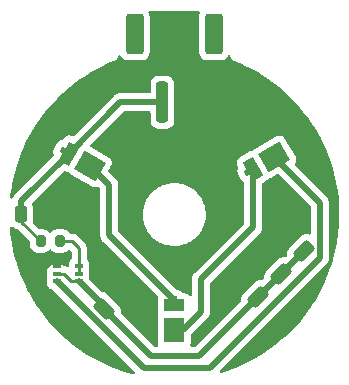
<source format=gtl>
%TF.GenerationSoftware,KiCad,Pcbnew,(6.0.4)*%
%TF.CreationDate,2023-01-05T02:06:05-05:00*%
%TF.ProjectId,LEDModule,4c45444d-6f64-4756-9c65-2e6b69636164,rev?*%
%TF.SameCoordinates,Original*%
%TF.FileFunction,Copper,L1,Top*%
%TF.FilePolarity,Positive*%
%FSLAX46Y46*%
G04 Gerber Fmt 4.6, Leading zero omitted, Abs format (unit mm)*
G04 Created by KiCad (PCBNEW (6.0.4)) date 2023-01-05 02:06:05*
%MOMM*%
%LPD*%
G01*
G04 APERTURE LIST*
G04 Aperture macros list*
%AMRoundRect*
0 Rectangle with rounded corners*
0 $1 Rounding radius*
0 $2 $3 $4 $5 $6 $7 $8 $9 X,Y pos of 4 corners*
0 Add a 4 corners polygon primitive as box body*
4,1,4,$2,$3,$4,$5,$6,$7,$8,$9,$2,$3,0*
0 Add four circle primitives for the rounded corners*
1,1,$1+$1,$2,$3*
1,1,$1+$1,$4,$5*
1,1,$1+$1,$6,$7*
1,1,$1+$1,$8,$9*
0 Add four rect primitives between the rounded corners*
20,1,$1+$1,$2,$3,$4,$5,0*
20,1,$1+$1,$4,$5,$6,$7,0*
20,1,$1+$1,$6,$7,$8,$9,0*
20,1,$1+$1,$8,$9,$2,$3,0*%
%AMRotRect*
0 Rectangle, with rotation*
0 The origin of the aperture is its center*
0 $1 length*
0 $2 width*
0 $3 Rotation angle, in degrees counterclockwise*
0 Add horizontal line*
21,1,$1,$2,0,0,$3*%
G04 Aperture macros list end*
%TA.AperFunction,SMDPad,CuDef*%
%ADD10RoundRect,0.200000X-0.200000X-0.275000X0.200000X-0.275000X0.200000X0.275000X-0.200000X0.275000X0*%
%TD*%
%TA.AperFunction,SMDPad,CuDef*%
%ADD11RotRect,2.100000X1.800000X210.000000*%
%TD*%
%TA.AperFunction,SMDPad,CuDef*%
%ADD12RotRect,0.600000X0.500000X210.000000*%
%TD*%
%TA.AperFunction,SMDPad,CuDef*%
%ADD13RotRect,1.000000X1.800000X210.000000*%
%TD*%
%TA.AperFunction,SMDPad,CuDef*%
%ADD14RoundRect,0.250000X-0.220971X0.662913X-0.662913X0.220971X0.220971X-0.662913X0.662913X-0.220971X0*%
%TD*%
%TA.AperFunction,SMDPad,CuDef*%
%ADD15RoundRect,0.250000X0.662913X0.220971X0.220971X0.662913X-0.662913X-0.220971X-0.220971X-0.662913X0*%
%TD*%
%TA.AperFunction,SMDPad,CuDef*%
%ADD16R,0.650000X0.400000*%
%TD*%
%TA.AperFunction,SMDPad,CuDef*%
%ADD17RoundRect,0.250000X-0.250000X-0.475000X0.250000X-0.475000X0.250000X0.475000X-0.250000X0.475000X0*%
%TD*%
%TA.AperFunction,SMDPad,CuDef*%
%ADD18R,1.800000X2.100000*%
%TD*%
%TA.AperFunction,SMDPad,CuDef*%
%ADD19R,0.500000X0.600000*%
%TD*%
%TA.AperFunction,SMDPad,CuDef*%
%ADD20R,1.800000X1.000000*%
%TD*%
%TA.AperFunction,SMDPad,CuDef*%
%ADD21RoundRect,0.250000X-0.250000X-1.500000X0.250000X-1.500000X0.250000X1.500000X-0.250000X1.500000X0*%
%TD*%
%TA.AperFunction,SMDPad,CuDef*%
%ADD22RoundRect,0.234375X-0.515625X-1.465625X0.515625X-1.465625X0.515625X1.465625X-0.515625X1.465625X0*%
%TD*%
%TA.AperFunction,SMDPad,CuDef*%
%ADD23RotRect,2.100000X1.800000X150.000000*%
%TD*%
%TA.AperFunction,SMDPad,CuDef*%
%ADD24RotRect,1.000000X1.800000X150.000000*%
%TD*%
%TA.AperFunction,SMDPad,CuDef*%
%ADD25RotRect,0.600000X0.500000X150.000000*%
%TD*%
%TA.AperFunction,ViaPad*%
%ADD26C,0.800000*%
%TD*%
%TA.AperFunction,Conductor*%
%ADD27C,0.500000*%
%TD*%
%TA.AperFunction,Conductor*%
%ADD28C,0.250000*%
%TD*%
G04 APERTURE END LIST*
D10*
%TO.P,R1,1*%
%TO.N,+12V*%
X78675000Y-92250000D03*
%TO.P,R1,2*%
%TO.N,Net-(Q1-Pad5)*%
X80325000Y-92250000D03*
%TD*%
D11*
%TO.P,D3,1,K*%
%TO.N,Net-(D3-Pad1)*%
X98449519Y-85125000D03*
D12*
%TO.P,D3,2,A*%
%TO.N,Net-(D2-Pad1)*%
X96241154Y-86400000D03*
D13*
X96674167Y-86150000D03*
%TD*%
D14*
%TO.P,R2,1*%
%TO.N,Net-(Q1-Pad2)*%
X84034144Y-97965856D03*
%TO.P,R2,2*%
%TO.N,GND*%
X81965856Y-100034144D03*
%TD*%
D15*
%TO.P,R3,1*%
%TO.N,Net-(Q1-Pad2)*%
X97094144Y-96974144D03*
%TO.P,R3,2*%
%TO.N,GND*%
X95025856Y-94905856D03*
%TD*%
D16*
%TO.P,Q1,1,E1*%
%TO.N,GND*%
X80050000Y-94350000D03*
%TO.P,Q1,2,B1*%
%TO.N,Net-(Q1-Pad2)*%
X80050000Y-95000000D03*
%TO.P,Q1,3,C2*%
%TO.N,Net-(D3-Pad1)*%
X80050000Y-95650000D03*
%TO.P,Q1,4,E2*%
%TO.N,Net-(Q1-Pad2)*%
X81950000Y-95650000D03*
%TO.P,Q1,5,B2*%
%TO.N,Net-(Q1-Pad5)*%
X81950000Y-95000000D03*
%TO.P,Q1,6,C1*%
X81950000Y-94350000D03*
%TD*%
D17*
%TO.P,C1,1*%
%TO.N,+12V*%
X77050000Y-90000000D03*
%TO.P,C1,2*%
%TO.N,GND*%
X78950000Y-90000000D03*
%TD*%
D15*
%TO.P,R5,1*%
%TO.N,Net-(Q1-Pad2)*%
X100974144Y-93094144D03*
%TO.P,R5,2*%
%TO.N,GND*%
X98905856Y-91025856D03*
%TD*%
D18*
%TO.P,D2,1,K*%
%TO.N,Net-(D2-Pad1)*%
X90000000Y-99750000D03*
D19*
%TO.P,D2,2,A*%
%TO.N,Net-(D1-Pad1)*%
X90000000Y-97200000D03*
D20*
X90000000Y-97700000D03*
%TD*%
D15*
%TO.P,R4,1*%
%TO.N,Net-(Q1-Pad2)*%
X99034144Y-95034144D03*
%TO.P,R4,2*%
%TO.N,GND*%
X96965856Y-92965856D03*
%TD*%
D21*
%TO.P,J1,1,Pin_1*%
%TO.N,+12V*%
X89000000Y-80500000D03*
%TO.P,J1,2,Pin_2*%
%TO.N,GND*%
X91000000Y-80500000D03*
D22*
%TO.P,J1,MP*%
%TO.N,N/C*%
X93350000Y-74750000D03*
X86650000Y-74750000D03*
%TD*%
D23*
%TO.P,D1,1,K*%
%TO.N,Net-(D1-Pad1)*%
X82849519Y-85875000D03*
D24*
%TO.P,D1,2,A*%
%TO.N,+12V*%
X81074167Y-84850000D03*
D25*
X80641154Y-84600000D03*
%TD*%
D26*
%TO.N,GND*%
X100000000Y-89000000D03*
X82000000Y-89000000D03*
X80000000Y-98000000D03*
X94000000Y-84000000D03*
X82000000Y-81000000D03*
X94000000Y-97000000D03*
X86000000Y-84000000D03*
X77000000Y-93000000D03*
X98000000Y-81000000D03*
X85000000Y-95000000D03*
%TD*%
D27*
%TO.N,Net-(D1-Pad1)*%
X90000000Y-97250000D02*
X90000000Y-97700000D01*
X84500000Y-91750000D02*
X90000000Y-97250000D01*
X84500000Y-87525481D02*
X84500000Y-91750000D01*
X82849519Y-85875000D02*
X84500000Y-87525481D01*
%TO.N,Net-(D2-Pad1)*%
X90000000Y-99750000D02*
X90749022Y-99750000D01*
X92250000Y-98249022D02*
X92250000Y-95500000D01*
X90749022Y-99750000D02*
X92250000Y-98249022D01*
X96674167Y-91075833D02*
X96674167Y-86150000D01*
X92250000Y-95500000D02*
X96674167Y-91075833D01*
%TO.N,Net-(D3-Pad1)*%
X93000000Y-103000000D02*
X87400000Y-103000000D01*
X102336576Y-89012057D02*
X102336576Y-93663424D01*
X98449519Y-85125000D02*
X102336576Y-89012057D01*
X102336576Y-93663424D02*
X93000000Y-103000000D01*
X87400000Y-103000000D02*
X80050000Y-95650000D01*
%TO.N,Net-(Q1-Pad2)*%
X99034144Y-95034144D02*
X97094144Y-96974144D01*
X84034144Y-97965856D02*
X84034144Y-97734144D01*
D28*
X80050000Y-95000000D02*
X80625000Y-95000000D01*
D27*
X88017318Y-101949030D02*
X84034144Y-97965856D01*
X100974144Y-93094144D02*
X99034144Y-95034144D01*
X84034144Y-97734144D02*
X81950000Y-95650000D01*
D28*
X81275000Y-95650000D02*
X81950000Y-95650000D01*
D27*
X97094144Y-96974144D02*
X92119258Y-101949030D01*
X92119258Y-101949030D02*
X88017318Y-101949030D01*
D28*
X80625000Y-95000000D02*
X81275000Y-95650000D01*
D27*
%TO.N,+12V*%
X81074167Y-84850000D02*
X77050000Y-88874167D01*
X85424167Y-80500000D02*
X81074167Y-84850000D01*
X77050000Y-88874167D02*
X77050000Y-90000000D01*
D28*
X77050000Y-90000000D02*
X77050000Y-90625000D01*
D27*
X89000000Y-80500000D02*
X85424167Y-80500000D01*
D28*
X77050000Y-90625000D02*
X78675000Y-92250000D01*
%TO.N,Net-(Q1-Pad5)*%
X81950000Y-92880000D02*
X81320000Y-92250000D01*
X81950000Y-94350000D02*
X81950000Y-92880000D01*
X81320000Y-92250000D02*
X80325000Y-92250000D01*
X81950000Y-95000000D02*
X81950000Y-94350000D01*
%TD*%
%TA.AperFunction,Conductor*%
%TO.N,GND*%
G36*
X76272601Y-91022681D02*
G01*
X76288315Y-91035990D01*
X76326697Y-91074305D01*
X76477262Y-91167115D01*
X76503079Y-91175678D01*
X76638611Y-91220632D01*
X76638613Y-91220632D01*
X76645139Y-91222797D01*
X76651975Y-91223497D01*
X76651978Y-91223498D01*
X76719510Y-91230417D01*
X76785237Y-91257258D01*
X76795753Y-91266657D01*
X77729597Y-92200502D01*
X77763621Y-92262812D01*
X77766500Y-92289595D01*
X77766501Y-92437840D01*
X77766501Y-92581634D01*
X77766764Y-92584492D01*
X77766764Y-92584501D01*
X77768732Y-92605916D01*
X77773247Y-92655062D01*
X77775246Y-92661440D01*
X77775246Y-92661441D01*
X77814919Y-92788036D01*
X77824528Y-92818699D01*
X77913361Y-92965381D01*
X78034619Y-93086639D01*
X78181301Y-93175472D01*
X78188548Y-93177743D01*
X78188550Y-93177744D01*
X78242319Y-93194594D01*
X78344938Y-93226753D01*
X78418365Y-93233500D01*
X78421263Y-93233500D01*
X78675665Y-93233499D01*
X78931634Y-93233499D01*
X78934492Y-93233236D01*
X78934501Y-93233236D01*
X78970004Y-93229974D01*
X79005062Y-93226753D01*
X79025915Y-93220218D01*
X79161450Y-93177744D01*
X79161452Y-93177743D01*
X79168699Y-93175472D01*
X79315381Y-93086639D01*
X79410905Y-92991115D01*
X79473217Y-92957089D01*
X79544032Y-92962154D01*
X79589095Y-92991115D01*
X79684619Y-93086639D01*
X79831301Y-93175472D01*
X79838548Y-93177743D01*
X79838550Y-93177744D01*
X79892319Y-93194594D01*
X79994938Y-93226753D01*
X80068365Y-93233500D01*
X80071263Y-93233500D01*
X80325665Y-93233499D01*
X80581634Y-93233499D01*
X80584492Y-93233236D01*
X80584501Y-93233236D01*
X80620004Y-93229974D01*
X80655062Y-93226753D01*
X80675915Y-93220218D01*
X80811450Y-93177744D01*
X80811452Y-93177743D01*
X80818699Y-93175472D01*
X80965381Y-93086639D01*
X81023963Y-93028057D01*
X81086275Y-92994031D01*
X81157090Y-92999096D01*
X81202153Y-93028057D01*
X81279595Y-93105499D01*
X81313621Y-93167811D01*
X81316500Y-93194594D01*
X81316500Y-93682671D01*
X81296498Y-93750792D01*
X81274593Y-93774332D01*
X81275269Y-93775008D01*
X81268919Y-93781358D01*
X81261739Y-93786739D01*
X81174385Y-93903295D01*
X81123255Y-94039684D01*
X81116500Y-94101866D01*
X81116500Y-94330602D01*
X81096498Y-94398723D01*
X81042842Y-94445216D01*
X80972568Y-94455320D01*
X80940461Y-94446240D01*
X80918505Y-94436739D01*
X80909459Y-94432825D01*
X80898813Y-94427609D01*
X80860060Y-94406305D01*
X80840437Y-94401267D01*
X80821734Y-94394863D01*
X80810420Y-94389967D01*
X80810419Y-94389967D01*
X80803145Y-94386819D01*
X80795322Y-94385580D01*
X80795312Y-94385577D01*
X80759476Y-94379901D01*
X80747856Y-94377495D01*
X80712711Y-94368472D01*
X80712710Y-94368472D01*
X80705030Y-94366500D01*
X80684776Y-94366500D01*
X80665055Y-94364947D01*
X80661925Y-94364451D01*
X80624973Y-94351835D01*
X80621705Y-94349385D01*
X80485316Y-94298255D01*
X80423134Y-94291500D01*
X79676866Y-94291500D01*
X79614684Y-94298255D01*
X79478295Y-94349385D01*
X79361739Y-94436739D01*
X79274385Y-94553295D01*
X79223255Y-94689684D01*
X79216500Y-94751866D01*
X79216500Y-95248134D01*
X79216869Y-95251531D01*
X79223255Y-95310316D01*
X79220826Y-95310580D01*
X79220826Y-95339420D01*
X79223255Y-95339684D01*
X79216500Y-95401866D01*
X79216500Y-95898134D01*
X79223255Y-95960316D01*
X79274385Y-96096705D01*
X79361739Y-96213261D01*
X79478295Y-96300615D01*
X79614684Y-96351745D01*
X79642798Y-96354799D01*
X79708360Y-96382040D01*
X79718286Y-96390967D01*
X86651412Y-103324093D01*
X86685438Y-103386405D01*
X86680373Y-103457220D01*
X86637826Y-103514056D01*
X86571306Y-103538867D01*
X86529453Y-103534827D01*
X86477602Y-103520818D01*
X86003076Y-103392612D01*
X85996737Y-103390719D01*
X85302167Y-103163124D01*
X85295910Y-103160889D01*
X84614358Y-102896988D01*
X84608250Y-102894437D01*
X83941520Y-102594931D01*
X83935536Y-102592050D01*
X83285588Y-102257818D01*
X83279757Y-102254623D01*
X82648312Y-101886553D01*
X82642658Y-101883054D01*
X82031523Y-101482196D01*
X82026062Y-101478404D01*
X81772668Y-101292366D01*
X81436910Y-101045857D01*
X81431688Y-101041806D01*
X80866168Y-100578779D01*
X80861136Y-100574432D01*
X80320853Y-100082240D01*
X80316058Y-100077635D01*
X79802466Y-99557602D01*
X79797937Y-99552768D01*
X79312503Y-99006379D01*
X79308230Y-99001306D01*
X78852292Y-98430068D01*
X78848283Y-98424764D01*
X78423118Y-97830278D01*
X78419394Y-97824769D01*
X78237011Y-97539012D01*
X78026175Y-97208673D01*
X78022767Y-97203010D01*
X77662591Y-96567023D01*
X77659471Y-96561159D01*
X77653554Y-96549292D01*
X77333346Y-95907058D01*
X77330542Y-95901041D01*
X77039383Y-95230664D01*
X77036901Y-95224511D01*
X76781508Y-94539705D01*
X76779350Y-94533417D01*
X76682928Y-94226275D01*
X76560441Y-93836104D01*
X76558619Y-93829719D01*
X76541552Y-93763269D01*
X76376791Y-93121802D01*
X76375308Y-93115320D01*
X76231086Y-92398842D01*
X76229946Y-92392292D01*
X76123713Y-91669163D01*
X76122921Y-91662561D01*
X76073843Y-91136875D01*
X76087426Y-91067190D01*
X76136527Y-91015911D01*
X76205558Y-90999319D01*
X76272601Y-91022681D01*
G37*
%TD.AperFunction*%
%TA.AperFunction,Conductor*%
G36*
X92128270Y-72778502D02*
G01*
X92174763Y-72832158D01*
X92184867Y-72902432D01*
X92167410Y-72950614D01*
X92161084Y-72960877D01*
X92156518Y-72968285D01*
X92101983Y-73132704D01*
X92091500Y-73235018D01*
X92091500Y-76264982D01*
X92091837Y-76268228D01*
X92091837Y-76268232D01*
X92101407Y-76360457D01*
X92102249Y-76368574D01*
X92157071Y-76532897D01*
X92248226Y-76680201D01*
X92370822Y-76802584D01*
X92377052Y-76806424D01*
X92377053Y-76806425D01*
X92450000Y-76851390D01*
X92518285Y-76893482D01*
X92537222Y-76899763D01*
X92676176Y-76945852D01*
X92676178Y-76945852D01*
X92682704Y-76948017D01*
X92689540Y-76948717D01*
X92689543Y-76948718D01*
X92731682Y-76953035D01*
X92785018Y-76958500D01*
X93914982Y-76958500D01*
X93918228Y-76958163D01*
X93918232Y-76958163D01*
X94011716Y-76948463D01*
X94011720Y-76948462D01*
X94018574Y-76947751D01*
X94025110Y-76945570D01*
X94025112Y-76945570D01*
X94175949Y-76895247D01*
X94182897Y-76892929D01*
X94330201Y-76801774D01*
X94452584Y-76679178D01*
X94459153Y-76668522D01*
X94520967Y-76568241D01*
X94573740Y-76520748D01*
X94643811Y-76509324D01*
X94708935Y-76537598D01*
X94748434Y-76596592D01*
X94752954Y-76616494D01*
X94756920Y-76644187D01*
X94760635Y-76652358D01*
X94761714Y-76656047D01*
X94762985Y-76659707D01*
X94764698Y-76668522D01*
X94768815Y-76676498D01*
X94768815Y-76676499D01*
X94790864Y-76719218D01*
X94793599Y-76724857D01*
X94813491Y-76768608D01*
X94813493Y-76768611D01*
X94817208Y-76776782D01*
X94823068Y-76783583D01*
X94825160Y-76786854D01*
X94827388Y-76789983D01*
X94831503Y-76797956D01*
X94837693Y-76804457D01*
X94837695Y-76804459D01*
X94870851Y-76839278D01*
X94875057Y-76843920D01*
X94878972Y-76848463D01*
X94912287Y-76887127D01*
X94919813Y-76892006D01*
X94922725Y-76894546D01*
X94925762Y-76896940D01*
X94931950Y-76903438D01*
X94939711Y-76907937D01*
X94939716Y-76907941D01*
X94981331Y-76932065D01*
X94986668Y-76935339D01*
X95034515Y-76966352D01*
X95043120Y-76968926D01*
X95046642Y-76970553D01*
X95050196Y-76971985D01*
X95057965Y-76976489D01*
X95081769Y-76982336D01*
X95100448Y-76988507D01*
X95742732Y-77258003D01*
X95748774Y-77260728D01*
X96017049Y-77390337D01*
X96406866Y-77578667D01*
X96412774Y-77581716D01*
X97053180Y-77933927D01*
X97058920Y-77937284D01*
X97679861Y-78322792D01*
X97685415Y-78326447D01*
X97947750Y-78509166D01*
X98285148Y-78744167D01*
X98290474Y-78748089D01*
X98545390Y-78946402D01*
X98867371Y-79196889D01*
X98872509Y-79201109D01*
X99424888Y-79679683D01*
X99429794Y-79684165D01*
X99726917Y-79970383D01*
X99956170Y-80191222D01*
X99960835Y-80195959D01*
X100459729Y-80730074D01*
X100464137Y-80735051D01*
X100934167Y-81294746D01*
X100938297Y-81299935D01*
X101378150Y-81883648D01*
X101382003Y-81889052D01*
X101776430Y-82474348D01*
X101790461Y-82495169D01*
X101794026Y-82500774D01*
X102169923Y-83127559D01*
X102173173Y-83133315D01*
X102382186Y-83527605D01*
X102515514Y-83779119D01*
X102518471Y-83785074D01*
X102826234Y-84447958D01*
X102828873Y-84454058D01*
X102890288Y-84606981D01*
X103101248Y-85132274D01*
X103103563Y-85138507D01*
X103339790Y-85830172D01*
X103341771Y-85836516D01*
X103524552Y-86481033D01*
X103541180Y-86539667D01*
X103542820Y-86546095D01*
X103694802Y-87214542D01*
X103704858Y-87258772D01*
X103706158Y-87265278D01*
X103777118Y-87676717D01*
X103830379Y-87985536D01*
X103831336Y-87992116D01*
X103917389Y-88717914D01*
X103917997Y-88724535D01*
X103931714Y-88934502D01*
X103960716Y-89378428D01*
X103965643Y-89453850D01*
X103965900Y-89460475D01*
X103970824Y-89855530D01*
X103975008Y-90191294D01*
X103974916Y-90197942D01*
X103945459Y-90928246D01*
X103945015Y-90934880D01*
X103877079Y-91662561D01*
X103876287Y-91669163D01*
X103770054Y-92392292D01*
X103768914Y-92398842D01*
X103624692Y-93115320D01*
X103623209Y-93121802D01*
X103458449Y-93763269D01*
X103441381Y-93829719D01*
X103439559Y-93836104D01*
X103317072Y-94226275D01*
X103220650Y-94533417D01*
X103218492Y-94539705D01*
X102963099Y-95224511D01*
X102960617Y-95230664D01*
X102669458Y-95901041D01*
X102666654Y-95907058D01*
X102346446Y-96549292D01*
X102340529Y-96561159D01*
X102337409Y-96567023D01*
X101977233Y-97203010D01*
X101973825Y-97208673D01*
X101762989Y-97539012D01*
X101580606Y-97824769D01*
X101576882Y-97830278D01*
X101151717Y-98424764D01*
X101147708Y-98430068D01*
X100691770Y-99001306D01*
X100687497Y-99006379D01*
X100202063Y-99552768D01*
X100197534Y-99557602D01*
X99683942Y-100077635D01*
X99679147Y-100082240D01*
X99138864Y-100574432D01*
X99133832Y-100578779D01*
X98568312Y-101041806D01*
X98563090Y-101045857D01*
X98227332Y-101292366D01*
X97973938Y-101478404D01*
X97968477Y-101482196D01*
X97357342Y-101883054D01*
X97351688Y-101886553D01*
X96720243Y-102254623D01*
X96714412Y-102257818D01*
X96064464Y-102592050D01*
X96058480Y-102594931D01*
X95391750Y-102894437D01*
X95385642Y-102896988D01*
X94704090Y-103160889D01*
X94697833Y-103163124D01*
X94026853Y-103382989D01*
X93955890Y-103385193D01*
X93895001Y-103348682D01*
X93863517Y-103285048D01*
X93871435Y-103214494D01*
X93898523Y-103174158D01*
X102825487Y-94247194D01*
X102839899Y-94234808D01*
X102851494Y-94226275D01*
X102851499Y-94226270D01*
X102857394Y-94221932D01*
X102862133Y-94216354D01*
X102862136Y-94216351D01*
X102891611Y-94181656D01*
X102898541Y-94174140D01*
X102904236Y-94168445D01*
X102921857Y-94146173D01*
X102924648Y-94142769D01*
X102967167Y-94092721D01*
X102967168Y-94092719D01*
X102971909Y-94087139D01*
X102975237Y-94080623D01*
X102978604Y-94075574D01*
X102981771Y-94070445D01*
X102986310Y-94064708D01*
X103017231Y-93998549D01*
X103019137Y-93994649D01*
X103052345Y-93929616D01*
X103054084Y-93922508D01*
X103056183Y-93916865D01*
X103058100Y-93911102D01*
X103061198Y-93904474D01*
X103076063Y-93833007D01*
X103077033Y-93828723D01*
X103094384Y-93757814D01*
X103095076Y-93746660D01*
X103095112Y-93746662D01*
X103095351Y-93742669D01*
X103095725Y-93738477D01*
X103097216Y-93731309D01*
X103095122Y-93653903D01*
X103095076Y-93650496D01*
X103095076Y-89079127D01*
X103096509Y-89060177D01*
X103098675Y-89045942D01*
X103098675Y-89045938D01*
X103099775Y-89038708D01*
X103098966Y-89028752D01*
X103095491Y-88986039D01*
X103095076Y-88975824D01*
X103095076Y-88967764D01*
X103094257Y-88960734D01*
X103091787Y-88939554D01*
X103091354Y-88935178D01*
X103086029Y-88869717D01*
X103085436Y-88862421D01*
X103083181Y-88855460D01*
X103081994Y-88849520D01*
X103080605Y-88843645D01*
X103079758Y-88836376D01*
X103054840Y-88767727D01*
X103053423Y-88763599D01*
X103033183Y-88701121D01*
X103033182Y-88701119D01*
X103030927Y-88694158D01*
X103027131Y-88687903D01*
X103024625Y-88682429D01*
X103021906Y-88676999D01*
X103019409Y-88670120D01*
X103000257Y-88640908D01*
X102979390Y-88609081D01*
X102977043Y-88605362D01*
X102939171Y-88542950D01*
X102931773Y-88534573D01*
X102931800Y-88534549D01*
X102929147Y-88531557D01*
X102926444Y-88528324D01*
X102922432Y-88522205D01*
X102866193Y-88468929D01*
X102863751Y-88466551D01*
X100236444Y-85839244D01*
X100202418Y-85776932D01*
X100207483Y-85706117D01*
X100228242Y-85670090D01*
X100242100Y-85653248D01*
X100247806Y-85646314D01*
X100257639Y-85623318D01*
X100301539Y-85520642D01*
X100305069Y-85512386D01*
X100306975Y-85496526D01*
X100321371Y-85376682D01*
X100322442Y-85367768D01*
X100320968Y-85358910D01*
X100299825Y-85231877D01*
X100299824Y-85231874D01*
X100298528Y-85224087D01*
X100273287Y-85166858D01*
X99325153Y-83524642D01*
X99288212Y-83474168D01*
X99282109Y-83469146D01*
X99282107Y-83469144D01*
X99188281Y-83391939D01*
X99175737Y-83381617D01*
X99167483Y-83378088D01*
X99167480Y-83378086D01*
X99057108Y-83330895D01*
X99041808Y-83324353D01*
X98897191Y-83306981D01*
X98888335Y-83308455D01*
X98888333Y-83308455D01*
X98761300Y-83329598D01*
X98761297Y-83329599D01*
X98753510Y-83330895D01*
X98696281Y-83356136D01*
X96794257Y-84454270D01*
X96743783Y-84491211D01*
X96738761Y-84497314D01*
X96738759Y-84497316D01*
X96679010Y-84569928D01*
X96620281Y-84609821D01*
X96602402Y-84614158D01*
X96509635Y-84629598D01*
X96509633Y-84629599D01*
X96501844Y-84630895D01*
X96444615Y-84656136D01*
X95495219Y-85204270D01*
X95444745Y-85241211D01*
X95439723Y-85247314D01*
X95439721Y-85247316D01*
X95357900Y-85346751D01*
X95357899Y-85346753D01*
X95352194Y-85353686D01*
X95294931Y-85487614D01*
X95293861Y-85496523D01*
X95293860Y-85496526D01*
X95291955Y-85512386D01*
X95277558Y-85632232D01*
X95279032Y-85641088D01*
X95279032Y-85641090D01*
X95298555Y-85758386D01*
X95301472Y-85775913D01*
X95326713Y-85833142D01*
X95328420Y-85836098D01*
X95404642Y-85968119D01*
X95421380Y-86037114D01*
X95411378Y-86080653D01*
X95360123Y-86200531D01*
X95359053Y-86209440D01*
X95359052Y-86209443D01*
X95351647Y-86271087D01*
X95342750Y-86345148D01*
X95344224Y-86354004D01*
X95344224Y-86354006D01*
X95354668Y-86416757D01*
X95366664Y-86488830D01*
X95391905Y-86546058D01*
X95690039Y-87062442D01*
X95692045Y-87065183D01*
X95692049Y-87065189D01*
X95722314Y-87106540D01*
X95726980Y-87112915D01*
X95772844Y-87150655D01*
X95832525Y-87199765D01*
X95832527Y-87199766D01*
X95839455Y-87205467D01*
X95847706Y-87208995D01*
X95855126Y-87213506D01*
X95902941Y-87265986D01*
X95915667Y-87321168D01*
X95915667Y-90709462D01*
X95895665Y-90777583D01*
X95878762Y-90798557D01*
X91761089Y-94916230D01*
X91746677Y-94928616D01*
X91735082Y-94937149D01*
X91735077Y-94937154D01*
X91729182Y-94941492D01*
X91724443Y-94947070D01*
X91724440Y-94947073D01*
X91694965Y-94981768D01*
X91688035Y-94989284D01*
X91682340Y-94994979D01*
X91680060Y-94997861D01*
X91664719Y-95017251D01*
X91661928Y-95020655D01*
X91619409Y-95070703D01*
X91614667Y-95076285D01*
X91611339Y-95082801D01*
X91607972Y-95087850D01*
X91604805Y-95092979D01*
X91600266Y-95098716D01*
X91569345Y-95164875D01*
X91567442Y-95168769D01*
X91534231Y-95233808D01*
X91532492Y-95240916D01*
X91530393Y-95246559D01*
X91528476Y-95252322D01*
X91525378Y-95258950D01*
X91523888Y-95266112D01*
X91523888Y-95266113D01*
X91510514Y-95330412D01*
X91509544Y-95334696D01*
X91492192Y-95405610D01*
X91491500Y-95416764D01*
X91491464Y-95416762D01*
X91491225Y-95420755D01*
X91490851Y-95424947D01*
X91489360Y-95432115D01*
X91489558Y-95439432D01*
X91491454Y-95509521D01*
X91491500Y-95512928D01*
X91491500Y-96763059D01*
X91471498Y-96831180D01*
X91417842Y-96877673D01*
X91347568Y-96887777D01*
X91282988Y-96858283D01*
X91275266Y-96849995D01*
X91274992Y-96850269D01*
X91268642Y-96843919D01*
X91263261Y-96836739D01*
X91146705Y-96749385D01*
X91010316Y-96698255D01*
X90948134Y-96691500D01*
X90792275Y-96691500D01*
X90724154Y-96671498D01*
X90691449Y-96641065D01*
X90631563Y-96561159D01*
X90613261Y-96536739D01*
X90496705Y-96449385D01*
X90360316Y-96398255D01*
X90298134Y-96391500D01*
X90266371Y-96391500D01*
X90198250Y-96371498D01*
X90177276Y-96354595D01*
X85295405Y-91472724D01*
X85261379Y-91410412D01*
X85258500Y-91383629D01*
X85258500Y-90046485D01*
X87336854Y-90046485D01*
X87337156Y-90050320D01*
X87355108Y-90278417D01*
X87362370Y-90370695D01*
X87427206Y-90689378D01*
X87530398Y-90997784D01*
X87670405Y-91291316D01*
X87672467Y-91294553D01*
X87672470Y-91294558D01*
X87729215Y-91383629D01*
X87845141Y-91565597D01*
X87847584Y-91568560D01*
X87847585Y-91568562D01*
X88036668Y-91797937D01*
X88052001Y-91816538D01*
X88287902Y-92040399D01*
X88549326Y-92233843D01*
X88555622Y-92237405D01*
X88829019Y-92392086D01*
X88829023Y-92392088D01*
X88832376Y-92393985D01*
X88835937Y-92395460D01*
X88835939Y-92395461D01*
X88863126Y-92406722D01*
X89132832Y-92518438D01*
X89236288Y-92547129D01*
X89442500Y-92604317D01*
X89442508Y-92604319D01*
X89446216Y-92605347D01*
X89767856Y-92653416D01*
X89771154Y-92653560D01*
X89882918Y-92658440D01*
X89882922Y-92658440D01*
X89884294Y-92658500D01*
X90082598Y-92658500D01*
X90324605Y-92643698D01*
X90328388Y-92642997D01*
X90328395Y-92642996D01*
X90528459Y-92605916D01*
X90644372Y-92584433D01*
X90853682Y-92518438D01*
X90950860Y-92487798D01*
X90950863Y-92487797D01*
X90954532Y-92486640D01*
X90958029Y-92485046D01*
X90958035Y-92485044D01*
X91246954Y-92353376D01*
X91246958Y-92353374D01*
X91250462Y-92351777D01*
X91342288Y-92295506D01*
X91524473Y-92183863D01*
X91524476Y-92183861D01*
X91527751Y-92181854D01*
X91530755Y-92179464D01*
X91530760Y-92179461D01*
X91671012Y-92067899D01*
X91782264Y-91979405D01*
X91784958Y-91976664D01*
X91784962Y-91976660D01*
X92007513Y-91750190D01*
X92007517Y-91750185D01*
X92010208Y-91747447D01*
X92157742Y-91555178D01*
X92205835Y-91492502D01*
X92205837Y-91492498D01*
X92208185Y-91489439D01*
X92334354Y-91275246D01*
X92371289Y-91212543D01*
X92371291Y-91212540D01*
X92373242Y-91209227D01*
X92502920Y-90910988D01*
X92595285Y-90599169D01*
X92648961Y-90278417D01*
X92663146Y-89953515D01*
X92650388Y-89791410D01*
X92637932Y-89633140D01*
X92637932Y-89633137D01*
X92637630Y-89629305D01*
X92572794Y-89310622D01*
X92469602Y-89002216D01*
X92459453Y-88980937D01*
X92355788Y-88763599D01*
X92329595Y-88708684D01*
X92154859Y-88434403D01*
X92041709Y-88297141D01*
X91950442Y-88186425D01*
X91950438Y-88186420D01*
X91947999Y-88183462D01*
X91712098Y-87959601D01*
X91450674Y-87766157D01*
X91245781Y-87650234D01*
X91170981Y-87607914D01*
X91170977Y-87607912D01*
X91167624Y-87606015D01*
X90867168Y-87481562D01*
X90763712Y-87452871D01*
X90557500Y-87395683D01*
X90557492Y-87395681D01*
X90553784Y-87394653D01*
X90232144Y-87346584D01*
X90228846Y-87346440D01*
X90117082Y-87341560D01*
X90117078Y-87341560D01*
X90115706Y-87341500D01*
X89917402Y-87341500D01*
X89675395Y-87356302D01*
X89671612Y-87357003D01*
X89671605Y-87357004D01*
X89530573Y-87383143D01*
X89355628Y-87415567D01*
X89171058Y-87473762D01*
X89049140Y-87512202D01*
X89049137Y-87512203D01*
X89045468Y-87513360D01*
X89041971Y-87514954D01*
X89041965Y-87514956D01*
X88753046Y-87646624D01*
X88753042Y-87646626D01*
X88749538Y-87648223D01*
X88746259Y-87650233D01*
X88746256Y-87650234D01*
X88497362Y-87802757D01*
X88472249Y-87818146D01*
X88469245Y-87820536D01*
X88469240Y-87820539D01*
X88379588Y-87891852D01*
X88217736Y-88020595D01*
X88215042Y-88023336D01*
X88215038Y-88023340D01*
X87992487Y-88249810D01*
X87992483Y-88249815D01*
X87989792Y-88252553D01*
X87883237Y-88391418D01*
X87824644Y-88467778D01*
X87791815Y-88510561D01*
X87726769Y-88620988D01*
X87640314Y-88767760D01*
X87626758Y-88790773D01*
X87497080Y-89089012D01*
X87404715Y-89400831D01*
X87351039Y-89721583D01*
X87336854Y-90046485D01*
X85258500Y-90046485D01*
X85258500Y-87592551D01*
X85259933Y-87573601D01*
X85262099Y-87559366D01*
X85262099Y-87559362D01*
X85263199Y-87552132D01*
X85258915Y-87499463D01*
X85258500Y-87489248D01*
X85258500Y-87481188D01*
X85255209Y-87452961D01*
X85254778Y-87448602D01*
X85249454Y-87383143D01*
X85249453Y-87383140D01*
X85248860Y-87375845D01*
X85246604Y-87368881D01*
X85245417Y-87362942D01*
X85244030Y-87357071D01*
X85243182Y-87349800D01*
X85240686Y-87342924D01*
X85240684Y-87342915D01*
X85218275Y-87281183D01*
X85216865Y-87277079D01*
X85194352Y-87207582D01*
X85190556Y-87201327D01*
X85188057Y-87195868D01*
X85185329Y-87190420D01*
X85182833Y-87183544D01*
X85142805Y-87122491D01*
X85140481Y-87118808D01*
X85105500Y-87061161D01*
X85105499Y-87061160D01*
X85102595Y-87056374D01*
X85095198Y-87047998D01*
X85095225Y-87047974D01*
X85092570Y-87044980D01*
X85089868Y-87041749D01*
X85085856Y-87035629D01*
X85029617Y-86982353D01*
X85027175Y-86979975D01*
X84451414Y-86404214D01*
X84417388Y-86341902D01*
X84422453Y-86271087D01*
X84431388Y-86252124D01*
X84673287Y-85833142D01*
X84698528Y-85775913D01*
X84701446Y-85758386D01*
X84720968Y-85641090D01*
X84720968Y-85641088D01*
X84722442Y-85632232D01*
X84708045Y-85512386D01*
X84706140Y-85496526D01*
X84706139Y-85496523D01*
X84705069Y-85487614D01*
X84647806Y-85353686D01*
X84642101Y-85346753D01*
X84642100Y-85346751D01*
X84560279Y-85247316D01*
X84560277Y-85247314D01*
X84555255Y-85241211D01*
X84504781Y-85204270D01*
X82927518Y-84293637D01*
X82878526Y-84242256D01*
X82865090Y-84172542D01*
X82891476Y-84106631D01*
X82901424Y-84095424D01*
X85701443Y-81295405D01*
X85763755Y-81261379D01*
X85790538Y-81258500D01*
X87865500Y-81258500D01*
X87933621Y-81278502D01*
X87980114Y-81332158D01*
X87991500Y-81384500D01*
X87991500Y-82050400D01*
X88002474Y-82156166D01*
X88058450Y-82323946D01*
X88151522Y-82474348D01*
X88276697Y-82599305D01*
X88282927Y-82603145D01*
X88282928Y-82603146D01*
X88420090Y-82687694D01*
X88427262Y-82692115D01*
X88507005Y-82718564D01*
X88588611Y-82745632D01*
X88588613Y-82745632D01*
X88595139Y-82747797D01*
X88601975Y-82748497D01*
X88601978Y-82748498D01*
X88645031Y-82752909D01*
X88699600Y-82758500D01*
X89300400Y-82758500D01*
X89303646Y-82758163D01*
X89303650Y-82758163D01*
X89399308Y-82748238D01*
X89399312Y-82748237D01*
X89406166Y-82747526D01*
X89412702Y-82745345D01*
X89412704Y-82745345D01*
X89544806Y-82701272D01*
X89573946Y-82691550D01*
X89724348Y-82598478D01*
X89849305Y-82473303D01*
X89942115Y-82322738D01*
X89997797Y-82154861D01*
X90008500Y-82050400D01*
X90008500Y-78949600D01*
X89997526Y-78843834D01*
X89941550Y-78676054D01*
X89848478Y-78525652D01*
X89723303Y-78400695D01*
X89602851Y-78326447D01*
X89578968Y-78311725D01*
X89578966Y-78311724D01*
X89572738Y-78307885D01*
X89412254Y-78254655D01*
X89411389Y-78254368D01*
X89411387Y-78254368D01*
X89404861Y-78252203D01*
X89398025Y-78251503D01*
X89398022Y-78251502D01*
X89354969Y-78247091D01*
X89300400Y-78241500D01*
X88699600Y-78241500D01*
X88696354Y-78241837D01*
X88696350Y-78241837D01*
X88600692Y-78251762D01*
X88600688Y-78251763D01*
X88593834Y-78252474D01*
X88587298Y-78254655D01*
X88587296Y-78254655D01*
X88455194Y-78298728D01*
X88426054Y-78308450D01*
X88275652Y-78401522D01*
X88150695Y-78526697D01*
X88057885Y-78677262D01*
X88002203Y-78845139D01*
X87991500Y-78949600D01*
X87991500Y-79615500D01*
X87971498Y-79683621D01*
X87917842Y-79730114D01*
X87865500Y-79741500D01*
X85491237Y-79741500D01*
X85472287Y-79740067D01*
X85458052Y-79737901D01*
X85458048Y-79737901D01*
X85450818Y-79736801D01*
X85443526Y-79737394D01*
X85443523Y-79737394D01*
X85398149Y-79741085D01*
X85387934Y-79741500D01*
X85379874Y-79741500D01*
X85366584Y-79743049D01*
X85351660Y-79744789D01*
X85347285Y-79745222D01*
X85281828Y-79750546D01*
X85281825Y-79750547D01*
X85274530Y-79751140D01*
X85267566Y-79753396D01*
X85261607Y-79754587D01*
X85255752Y-79755971D01*
X85248486Y-79756818D01*
X85179840Y-79781735D01*
X85175712Y-79783152D01*
X85113231Y-79803393D01*
X85113229Y-79803394D01*
X85106268Y-79805649D01*
X85100013Y-79809445D01*
X85094539Y-79811951D01*
X85089109Y-79814670D01*
X85082230Y-79817167D01*
X85076110Y-79821180D01*
X85076109Y-79821180D01*
X85021191Y-79857186D01*
X85017487Y-79859523D01*
X84955060Y-79897405D01*
X84946683Y-79904803D01*
X84946659Y-79904776D01*
X84943667Y-79907429D01*
X84940434Y-79910132D01*
X84934315Y-79914144D01*
X84929283Y-79919456D01*
X84881039Y-79970383D01*
X84878661Y-79972825D01*
X81493573Y-83357913D01*
X81431261Y-83391939D01*
X81360446Y-83386874D01*
X81341484Y-83377940D01*
X81303719Y-83356136D01*
X81246490Y-83330895D01*
X81238703Y-83329599D01*
X81238700Y-83329598D01*
X81111667Y-83308455D01*
X81111665Y-83308455D01*
X81102809Y-83306981D01*
X80958192Y-83324353D01*
X80942892Y-83330895D01*
X80832520Y-83378086D01*
X80832517Y-83378088D01*
X80824263Y-83381617D01*
X80811719Y-83391939D01*
X80717893Y-83469144D01*
X80717891Y-83469146D01*
X80711788Y-83474168D01*
X80674847Y-83524642D01*
X80608578Y-83639424D01*
X80596918Y-83659619D01*
X80545536Y-83708612D01*
X80502828Y-83721720D01*
X80472680Y-83725341D01*
X80382296Y-83736199D01*
X80382293Y-83736200D01*
X80373384Y-83737270D01*
X80239455Y-83794533D01*
X80232527Y-83800234D01*
X80232525Y-83800235D01*
X80172844Y-83849345D01*
X80126980Y-83887085D01*
X80122315Y-83893459D01*
X80122314Y-83893460D01*
X80092049Y-83934811D01*
X80092045Y-83934817D01*
X80090039Y-83937558D01*
X79791905Y-84453942D01*
X79766664Y-84511170D01*
X79765367Y-84518965D01*
X79765366Y-84518967D01*
X79750636Y-84607472D01*
X79742750Y-84654852D01*
X79760123Y-84799469D01*
X79763652Y-84807722D01*
X79811378Y-84919346D01*
X79819767Y-84989845D01*
X79804642Y-85031881D01*
X79792495Y-85052920D01*
X79772471Y-85079015D01*
X76561089Y-88290397D01*
X76546677Y-88302783D01*
X76535082Y-88311316D01*
X76535077Y-88311321D01*
X76529182Y-88315659D01*
X76524443Y-88321237D01*
X76524440Y-88321240D01*
X76494965Y-88355935D01*
X76488035Y-88363451D01*
X76482340Y-88369146D01*
X76480060Y-88372028D01*
X76464719Y-88391418D01*
X76461928Y-88394822D01*
X76419409Y-88444870D01*
X76414667Y-88450452D01*
X76411339Y-88456968D01*
X76407972Y-88462017D01*
X76404805Y-88467146D01*
X76400266Y-88472883D01*
X76369345Y-88539042D01*
X76367438Y-88542943D01*
X76343748Y-88589336D01*
X76294955Y-88640908D01*
X76226025Y-88657914D01*
X76158843Y-88634953D01*
X76114740Y-88579317D01*
X76106408Y-88517199D01*
X76130304Y-88315659D01*
X76168664Y-87992116D01*
X76169621Y-87985536D01*
X76222882Y-87676717D01*
X76293842Y-87265278D01*
X76295142Y-87258772D01*
X76305199Y-87214542D01*
X76457180Y-86546095D01*
X76458820Y-86539667D01*
X76475449Y-86481033D01*
X76658229Y-85836516D01*
X76660210Y-85830172D01*
X76896437Y-85138507D01*
X76898752Y-85132274D01*
X77109712Y-84606981D01*
X77171127Y-84454058D01*
X77173766Y-84447958D01*
X77481529Y-83785074D01*
X77484486Y-83779119D01*
X77617814Y-83527605D01*
X77826827Y-83133315D01*
X77830077Y-83127559D01*
X78205974Y-82500774D01*
X78209539Y-82495169D01*
X78223570Y-82474348D01*
X78617997Y-81889052D01*
X78621850Y-81883648D01*
X79061703Y-81299935D01*
X79065833Y-81294746D01*
X79535863Y-80735051D01*
X79540271Y-80730074D01*
X80039165Y-80195959D01*
X80043830Y-80191222D01*
X80273083Y-79970383D01*
X80570206Y-79684165D01*
X80575112Y-79679683D01*
X81127491Y-79201109D01*
X81132629Y-79196889D01*
X81454610Y-78946402D01*
X81709526Y-78748089D01*
X81714852Y-78744167D01*
X82052250Y-78509166D01*
X82314585Y-78326447D01*
X82320139Y-78322792D01*
X82941080Y-77937284D01*
X82946820Y-77933927D01*
X83587226Y-77581716D01*
X83593134Y-77578667D01*
X83982951Y-77390337D01*
X84251226Y-77260728D01*
X84257268Y-77258002D01*
X84582434Y-77121566D01*
X84892526Y-76991455D01*
X84914215Y-76984583D01*
X84930336Y-76981038D01*
X84938210Y-76976727D01*
X84944732Y-76974282D01*
X84951140Y-76971415D01*
X84959771Y-76968949D01*
X84967363Y-76964159D01*
X84967365Y-76964158D01*
X85004711Y-76940594D01*
X85011418Y-76936646D01*
X85058099Y-76911089D01*
X85064451Y-76904737D01*
X85070024Y-76900560D01*
X85075362Y-76896017D01*
X85082958Y-76891224D01*
X85118138Y-76851390D01*
X85123483Y-76845703D01*
X85154745Y-76814440D01*
X85161093Y-76808092D01*
X85165406Y-76800214D01*
X85169599Y-76794619D01*
X85173437Y-76788776D01*
X85179378Y-76782049D01*
X85183191Y-76773927D01*
X85183194Y-76773923D01*
X85201975Y-76733922D01*
X85205507Y-76726967D01*
X85209749Y-76719218D01*
X85231040Y-76680328D01*
X85232967Y-76671563D01*
X85235417Y-76665028D01*
X85237466Y-76658326D01*
X85241281Y-76650200D01*
X85246850Y-76614434D01*
X85277094Y-76550202D01*
X85337264Y-76512517D01*
X85408256Y-76513345D01*
X85467530Y-76552423D01*
X85478494Y-76567516D01*
X85548226Y-76680201D01*
X85670822Y-76802584D01*
X85677052Y-76806424D01*
X85677053Y-76806425D01*
X85750000Y-76851390D01*
X85818285Y-76893482D01*
X85837222Y-76899763D01*
X85976176Y-76945852D01*
X85976178Y-76945852D01*
X85982704Y-76948017D01*
X85989540Y-76948717D01*
X85989543Y-76948718D01*
X86031682Y-76953035D01*
X86085018Y-76958500D01*
X87214982Y-76958500D01*
X87218228Y-76958163D01*
X87218232Y-76958163D01*
X87311716Y-76948463D01*
X87311720Y-76948462D01*
X87318574Y-76947751D01*
X87325110Y-76945570D01*
X87325112Y-76945570D01*
X87475949Y-76895247D01*
X87482897Y-76892929D01*
X87630201Y-76801774D01*
X87752584Y-76679178D01*
X87756425Y-76672947D01*
X87839642Y-76537945D01*
X87839643Y-76537943D01*
X87843482Y-76531715D01*
X87898017Y-76367296D01*
X87908500Y-76264982D01*
X87908500Y-73235018D01*
X87908163Y-73231768D01*
X87898463Y-73138284D01*
X87898462Y-73138280D01*
X87897751Y-73131426D01*
X87842929Y-72967103D01*
X87832841Y-72950802D01*
X87814004Y-72882352D01*
X87835165Y-72814582D01*
X87889605Y-72769011D01*
X87939986Y-72758500D01*
X92060149Y-72758500D01*
X92128270Y-72778502D01*
G37*
%TD.AperFunction*%
%TA.AperFunction,Conductor*%
G36*
X80787888Y-86313126D02*
G01*
X80806850Y-86322060D01*
X80844615Y-86343864D01*
X80901844Y-86369105D01*
X80909633Y-86370401D01*
X80909635Y-86370402D01*
X81002402Y-86385842D01*
X81066314Y-86416757D01*
X81079010Y-86430072D01*
X81133309Y-86496060D01*
X81143783Y-86508789D01*
X81194257Y-86545730D01*
X83096281Y-87643864D01*
X83153510Y-87669105D01*
X83161297Y-87670401D01*
X83161300Y-87670402D01*
X83288333Y-87691545D01*
X83288335Y-87691545D01*
X83297191Y-87693019D01*
X83441808Y-87675647D01*
X83450058Y-87672120D01*
X83450064Y-87672118D01*
X83458488Y-87668516D01*
X83528987Y-87660129D01*
X83597115Y-87695277D01*
X83704595Y-87802757D01*
X83738621Y-87865069D01*
X83741500Y-87891852D01*
X83741500Y-91682930D01*
X83740067Y-91701880D01*
X83738281Y-91713622D01*
X83736801Y-91723349D01*
X83737394Y-91730641D01*
X83737394Y-91730644D01*
X83741085Y-91776018D01*
X83741500Y-91786233D01*
X83741500Y-91794293D01*
X83741925Y-91797937D01*
X83744789Y-91822507D01*
X83745222Y-91826882D01*
X83748041Y-91861532D01*
X83751140Y-91899637D01*
X83753396Y-91906601D01*
X83754587Y-91912560D01*
X83755971Y-91918415D01*
X83756818Y-91925681D01*
X83781735Y-91994327D01*
X83783152Y-91998455D01*
X83785532Y-92005800D01*
X83805649Y-92067899D01*
X83809445Y-92074154D01*
X83811951Y-92079628D01*
X83814670Y-92085058D01*
X83817167Y-92091937D01*
X83821180Y-92098057D01*
X83821180Y-92098058D01*
X83857186Y-92152976D01*
X83859523Y-92156680D01*
X83897405Y-92219107D01*
X83901121Y-92223315D01*
X83901122Y-92223316D01*
X83904803Y-92227484D01*
X83904776Y-92227508D01*
X83907429Y-92230500D01*
X83910132Y-92233733D01*
X83914144Y-92239852D01*
X83970383Y-92293128D01*
X83972825Y-92295506D01*
X88586903Y-96909584D01*
X88620929Y-96971896D01*
X88615790Y-97042908D01*
X88601029Y-97082282D01*
X88601027Y-97082289D01*
X88598255Y-97089684D01*
X88591500Y-97151866D01*
X88591500Y-98248134D01*
X88598255Y-98310316D01*
X88601027Y-98317712D01*
X88601029Y-98317718D01*
X88634039Y-98405771D01*
X88639222Y-98476578D01*
X88634039Y-98494229D01*
X88601029Y-98582282D01*
X88601027Y-98582288D01*
X88598255Y-98589684D01*
X88591500Y-98651866D01*
X88591500Y-100848134D01*
X88598255Y-100910316D01*
X88601027Y-100917712D01*
X88601029Y-100917718D01*
X88639486Y-101020301D01*
X88644669Y-101091108D01*
X88610748Y-101153477D01*
X88548493Y-101187606D01*
X88521504Y-101190530D01*
X88383689Y-101190530D01*
X88315568Y-101170528D01*
X88294594Y-101153625D01*
X85492554Y-98351585D01*
X85458528Y-98289273D01*
X85455649Y-98262600D01*
X85455511Y-98105048D01*
X85455505Y-98097730D01*
X85414666Y-97925638D01*
X85335332Y-97767558D01*
X85330989Y-97762223D01*
X85271066Y-97688619D01*
X85271060Y-97688613D01*
X85269035Y-97686125D01*
X84313875Y-96730965D01*
X84311341Y-96728907D01*
X84236681Y-96668283D01*
X84236677Y-96668281D01*
X84231328Y-96663937D01*
X84073108Y-96584879D01*
X83997301Y-96567029D01*
X83956850Y-96557504D01*
X83896634Y-96523953D01*
X82815967Y-95443286D01*
X82781941Y-95380974D01*
X82779799Y-95367798D01*
X82776745Y-95339683D01*
X82779174Y-95339419D01*
X82779174Y-95310580D01*
X82776745Y-95310316D01*
X82783131Y-95251531D01*
X82783500Y-95248134D01*
X82783500Y-94751866D01*
X82776745Y-94689684D01*
X82779174Y-94689420D01*
X82779174Y-94660580D01*
X82776745Y-94660316D01*
X82783131Y-94601531D01*
X82783500Y-94598134D01*
X82783500Y-94101866D01*
X82776745Y-94039684D01*
X82725615Y-93903295D01*
X82638261Y-93786739D01*
X82631081Y-93781358D01*
X82624731Y-93775008D01*
X82626366Y-93773373D01*
X82591421Y-93726641D01*
X82583500Y-93682671D01*
X82583500Y-92958768D01*
X82584027Y-92947585D01*
X82585702Y-92940092D01*
X82583562Y-92872001D01*
X82583500Y-92868044D01*
X82583500Y-92840144D01*
X82582996Y-92836153D01*
X82582063Y-92824311D01*
X82581680Y-92812103D01*
X82580674Y-92780111D01*
X82575021Y-92760652D01*
X82571012Y-92741293D01*
X82570846Y-92739983D01*
X82568474Y-92721203D01*
X82565558Y-92713837D01*
X82565556Y-92713831D01*
X82552200Y-92680098D01*
X82548355Y-92668868D01*
X82538230Y-92634017D01*
X82538230Y-92634016D01*
X82536019Y-92626407D01*
X82525705Y-92608966D01*
X82517008Y-92591213D01*
X82512472Y-92579758D01*
X82509552Y-92572383D01*
X82483563Y-92536612D01*
X82477047Y-92526692D01*
X82458578Y-92495463D01*
X82454542Y-92488638D01*
X82440221Y-92474317D01*
X82427380Y-92459283D01*
X82420132Y-92449307D01*
X82415472Y-92442893D01*
X82381407Y-92414712D01*
X82372626Y-92406722D01*
X81823647Y-91857742D01*
X81816113Y-91849463D01*
X81812000Y-91842982D01*
X81762348Y-91796356D01*
X81759507Y-91793602D01*
X81739770Y-91773865D01*
X81736573Y-91771385D01*
X81727551Y-91763680D01*
X81710265Y-91747447D01*
X81695321Y-91733414D01*
X81688375Y-91729595D01*
X81688372Y-91729593D01*
X81677566Y-91723652D01*
X81661047Y-91712801D01*
X81659927Y-91711932D01*
X81645041Y-91700386D01*
X81637772Y-91697241D01*
X81637768Y-91697238D01*
X81604463Y-91682826D01*
X81593813Y-91677609D01*
X81555060Y-91656305D01*
X81535437Y-91651267D01*
X81516734Y-91644863D01*
X81505420Y-91639967D01*
X81505419Y-91639967D01*
X81498145Y-91636819D01*
X81490322Y-91635580D01*
X81490312Y-91635577D01*
X81454476Y-91629901D01*
X81442856Y-91627495D01*
X81407711Y-91618472D01*
X81407710Y-91618472D01*
X81400030Y-91616500D01*
X81379776Y-91616500D01*
X81360065Y-91614949D01*
X81347886Y-91613020D01*
X81340057Y-91611780D01*
X81332165Y-91612526D01*
X81296039Y-91615941D01*
X81284181Y-91616500D01*
X81207225Y-91616500D01*
X81139104Y-91596498D01*
X81099449Y-91555771D01*
X81090576Y-91541120D01*
X81086639Y-91534619D01*
X80965381Y-91413361D01*
X80818699Y-91324528D01*
X80811452Y-91322257D01*
X80811450Y-91322256D01*
X80723065Y-91294558D01*
X80655062Y-91273247D01*
X80581635Y-91266500D01*
X80578737Y-91266500D01*
X80324335Y-91266501D01*
X80068366Y-91266501D01*
X80065508Y-91266764D01*
X80065499Y-91266764D01*
X80029996Y-91270026D01*
X79994938Y-91273247D01*
X79988560Y-91275246D01*
X79988559Y-91275246D01*
X79838550Y-91322256D01*
X79838548Y-91322257D01*
X79831301Y-91324528D01*
X79684619Y-91413361D01*
X79589095Y-91508885D01*
X79526783Y-91542911D01*
X79455968Y-91537846D01*
X79410905Y-91508885D01*
X79315381Y-91413361D01*
X79168699Y-91324528D01*
X79161452Y-91322257D01*
X79161450Y-91322256D01*
X79073065Y-91294558D01*
X79005062Y-91273247D01*
X78931635Y-91266500D01*
X78913526Y-91266500D01*
X78639594Y-91266501D01*
X78571475Y-91246499D01*
X78550500Y-91229596D01*
X78078513Y-90757609D01*
X78044487Y-90695297D01*
X78044407Y-90642103D01*
X78045632Y-90636387D01*
X78047797Y-90629861D01*
X78058500Y-90525400D01*
X78058500Y-89474600D01*
X78058163Y-89471350D01*
X78048238Y-89375692D01*
X78048237Y-89375688D01*
X78047526Y-89368834D01*
X78041792Y-89351645D01*
X77993868Y-89208002D01*
X77991550Y-89201054D01*
X77969223Y-89164974D01*
X77950385Y-89096522D01*
X77971546Y-89028752D01*
X77987272Y-89009576D01*
X80654761Y-86342087D01*
X80717073Y-86308061D01*
X80787888Y-86313126D01*
G37*
%TD.AperFunction*%
%TA.AperFunction,Conductor*%
G36*
X98852917Y-86603545D02*
G01*
X98868925Y-86617087D01*
X101541171Y-89289333D01*
X101575197Y-89351645D01*
X101578076Y-89378428D01*
X101578076Y-91583021D01*
X101558074Y-91651142D01*
X101504418Y-91697635D01*
X101434144Y-91707739D01*
X101423202Y-91705668D01*
X101367109Y-91692460D01*
X101290012Y-91674306D01*
X101290008Y-91674306D01*
X101282888Y-91672629D01*
X101275572Y-91672635D01*
X101275569Y-91672635D01*
X101194262Y-91672706D01*
X101106018Y-91672783D01*
X101023101Y-91692460D01*
X100941047Y-91711932D01*
X100941046Y-91711932D01*
X100933926Y-91713622D01*
X100927387Y-91716904D01*
X100927386Y-91716904D01*
X100812342Y-91774640D01*
X100775846Y-91792956D01*
X100770513Y-91797298D01*
X100770511Y-91797299D01*
X100696907Y-91857222D01*
X100696901Y-91857228D01*
X100694413Y-91859253D01*
X99739253Y-92814413D01*
X99737199Y-92816943D01*
X99737195Y-92816947D01*
X99676571Y-92891607D01*
X99676569Y-92891611D01*
X99672225Y-92896960D01*
X99593167Y-93055180D01*
X99585760Y-93086639D01*
X99564308Y-93177744D01*
X99552629Y-93227342D01*
X99552635Y-93234658D01*
X99552635Y-93234661D01*
X99552771Y-93390536D01*
X99532828Y-93458674D01*
X99515866Y-93479741D01*
X99419873Y-93575734D01*
X99357561Y-93609760D01*
X99330888Y-93612639D01*
X99244754Y-93612714D01*
X99166018Y-93612783D01*
X99079972Y-93633202D01*
X99001047Y-93651932D01*
X99001046Y-93651932D01*
X98993926Y-93653622D01*
X98987387Y-93656904D01*
X98987386Y-93656904D01*
X98848429Y-93726641D01*
X98835846Y-93732956D01*
X98830513Y-93737298D01*
X98830511Y-93737299D01*
X98756907Y-93797222D01*
X98756901Y-93797228D01*
X98754413Y-93799253D01*
X97799253Y-94754413D01*
X97797199Y-94756943D01*
X97797195Y-94756947D01*
X97736571Y-94831607D01*
X97736569Y-94831611D01*
X97732225Y-94836960D01*
X97653167Y-94995180D01*
X97647169Y-95020655D01*
X97631262Y-95088211D01*
X97612629Y-95167342D01*
X97612635Y-95174658D01*
X97612635Y-95174661D01*
X97612771Y-95330536D01*
X97592828Y-95398674D01*
X97575866Y-95419741D01*
X97479873Y-95515734D01*
X97417561Y-95549760D01*
X97390888Y-95552639D01*
X97304754Y-95552714D01*
X97226018Y-95552783D01*
X97139972Y-95573202D01*
X97061047Y-95591932D01*
X97061046Y-95591932D01*
X97053926Y-95593622D01*
X96895846Y-95672956D01*
X96890513Y-95677298D01*
X96890511Y-95677299D01*
X96816907Y-95737222D01*
X96816901Y-95737228D01*
X96814413Y-95739253D01*
X95859253Y-96694413D01*
X95857199Y-96696943D01*
X95857195Y-96696947D01*
X95796571Y-96771607D01*
X95796569Y-96771611D01*
X95792225Y-96776960D01*
X95713167Y-96935180D01*
X95711491Y-96942299D01*
X95676787Y-97089684D01*
X95672629Y-97107342D01*
X95672635Y-97114658D01*
X95672635Y-97114661D01*
X95672771Y-97270536D01*
X95652828Y-97338674D01*
X95635866Y-97359741D01*
X91841982Y-101153625D01*
X91779670Y-101187651D01*
X91752887Y-101190530D01*
X91478496Y-101190530D01*
X91410375Y-101170528D01*
X91363882Y-101116872D01*
X91353778Y-101046598D01*
X91360514Y-101020301D01*
X91398971Y-100917718D01*
X91398973Y-100917712D01*
X91401745Y-100910316D01*
X91408500Y-100848134D01*
X91408500Y-100215393D01*
X91428502Y-100147272D01*
X91445405Y-100126298D01*
X92738911Y-98832792D01*
X92753323Y-98820406D01*
X92764918Y-98811873D01*
X92764923Y-98811868D01*
X92770818Y-98807530D01*
X92775557Y-98801952D01*
X92775560Y-98801949D01*
X92805035Y-98767254D01*
X92811965Y-98759738D01*
X92817660Y-98754043D01*
X92835281Y-98731771D01*
X92838072Y-98728367D01*
X92880591Y-98678319D01*
X92880592Y-98678317D01*
X92885333Y-98672737D01*
X92888661Y-98666221D01*
X92892028Y-98661172D01*
X92895195Y-98656043D01*
X92899734Y-98650306D01*
X92930655Y-98584147D01*
X92932561Y-98580247D01*
X92965769Y-98515214D01*
X92967508Y-98508106D01*
X92969607Y-98502463D01*
X92971524Y-98496700D01*
X92974622Y-98490072D01*
X92989487Y-98418605D01*
X92990457Y-98414321D01*
X93006473Y-98348867D01*
X93007808Y-98343412D01*
X93008500Y-98332258D01*
X93008536Y-98332260D01*
X93008775Y-98328267D01*
X93009149Y-98324075D01*
X93010640Y-98316907D01*
X93008546Y-98239501D01*
X93008500Y-98236094D01*
X93008500Y-95866371D01*
X93028502Y-95798250D01*
X93045405Y-95777276D01*
X97163078Y-91659603D01*
X97177490Y-91647217D01*
X97189085Y-91638684D01*
X97189090Y-91638679D01*
X97194985Y-91634341D01*
X97199724Y-91628763D01*
X97199727Y-91628760D01*
X97229202Y-91594065D01*
X97236132Y-91586549D01*
X97241827Y-91580854D01*
X97259448Y-91558582D01*
X97262239Y-91555178D01*
X97304758Y-91505130D01*
X97304759Y-91505128D01*
X97309500Y-91499548D01*
X97312828Y-91493032D01*
X97316195Y-91487983D01*
X97319362Y-91482854D01*
X97323901Y-91477117D01*
X97354822Y-91410958D01*
X97356728Y-91407058D01*
X97389936Y-91342025D01*
X97391675Y-91334917D01*
X97393774Y-91329274D01*
X97395691Y-91323511D01*
X97398789Y-91316883D01*
X97413654Y-91245416D01*
X97414624Y-91241132D01*
X97414693Y-91240852D01*
X97431975Y-91170223D01*
X97432667Y-91159069D01*
X97432703Y-91159071D01*
X97432942Y-91155078D01*
X97433316Y-91150886D01*
X97434807Y-91143718D01*
X97432713Y-91066312D01*
X97432667Y-91062905D01*
X97432667Y-87411222D01*
X97452669Y-87343101D01*
X97495667Y-87302103D01*
X97850152Y-87097441D01*
X97850156Y-87097438D01*
X97853115Y-87095730D01*
X97903589Y-87058789D01*
X97912469Y-87047998D01*
X97968362Y-86980072D01*
X98027091Y-86940179D01*
X98044970Y-86935842D01*
X98137737Y-86920402D01*
X98137739Y-86920401D01*
X98145528Y-86919105D01*
X98202757Y-86893864D01*
X98716832Y-86597063D01*
X98785825Y-86580325D01*
X98852917Y-86603545D01*
G37*
%TD.AperFunction*%
%TD*%
M02*

</source>
